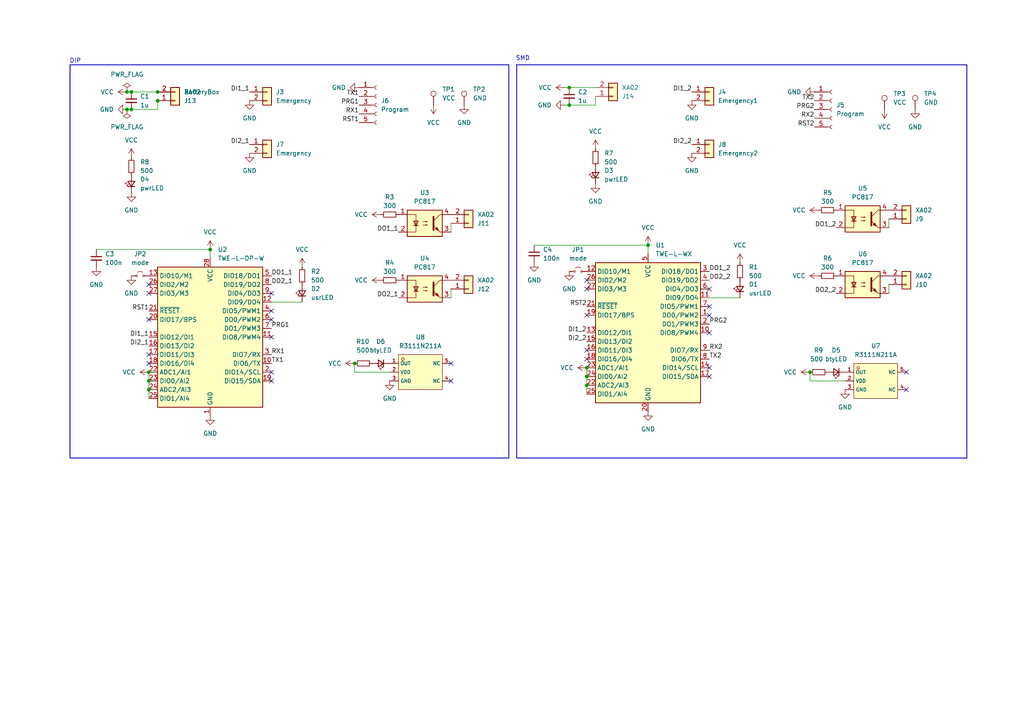
<source format=kicad_sch>
(kicad_sch (version 20231120) (generator "eeschema") (generator_version "8.0")
  (paper "A4")
  (lib_symbols
    (symbol "Connector:Conn_01x05_Socket" (pin_names (offset 1.016) hide)
      (property "Reference" "J" (at 0 7.62 0))
      (property "Value" "Conn_01x05_Socket" (at 0 -7.62 0))
      (symbol "Conn_01x05_Socket_1_1"
        (arc (start 0 -4.572) (mid -0.5058 -5.08) (end 0 -5.588) (stroke (width 0.1524)))
        (arc (start 0 -2.032) (mid -0.5058 -2.54) (end 0 -3.048) (stroke (width 0.1524)))
        (polyline (pts (xy -1.27 -5.08) (xy -0.508 -5.08)) (stroke (width 0.1524)))
        (polyline (pts (xy -1.27 -2.54) (xy -0.508 -2.54)) (stroke (width 0.1524)))
        (polyline (pts (xy -1.27 0) (xy -0.508 0)) (stroke (width 0.1524)))
        (polyline (pts (xy -1.27 2.54) (xy -0.508 2.54)) (stroke (width 0.1524)))
        (polyline (pts (xy -1.27 5.08) (xy -0.508 5.08)) (stroke (width 0.1524)))
        (arc (start 0 0.508) (mid -0.5058 0) (end 0 -0.508) (stroke (width 0.1524)))
        (arc (start 0 3.048) (mid -0.5058 2.54) (end 0 2.032) (stroke (width 0.1524)))
        (arc (start 0 5.588) (mid -0.5058 5.08) (end 0 4.572) (stroke (width 0.1524)))
        (pin passive line (at -5.08 5.08 0) (length 3.81) (name "Pin_1") (number "1"))
        (pin passive line (at -5.08 2.54 0) (length 3.81) (name "Pin_2") (number "2"))
        (pin passive line (at -5.08 0 0) (length 3.81) (name "Pin_3") (number "3"))
        (pin passive line (at -5.08 -2.54 0) (length 3.81) (name "Pin_4") (number "4"))
        (pin passive line (at -5.08 -5.08 0) (length 3.81) (name "Pin_5") (number "5"))
      )
    )
    (symbol "Connector:TestPoint" (pin_numbers hide) (pin_names (offset 0.762) hide)
      (property "Reference" "TP" (at 0 6.858 0))
      (property "Value" "TestPoint" (at 0 5.08 0))
      (symbol "TestPoint_0_1"
        (circle (center 0 3.302) (radius 0.762))
      )
      (symbol "TestPoint_1_1"
        (pin passive line (at 0 0 90) (length 2.54) (name "1") (number "1"))
      )
    )
    (symbol "Connector_Generic:Conn_01x02" (pin_names (offset 1.016) hide)
      (property "Reference" "J" (at 0 2.54 0))
      (property "Value" "Conn_01x02" (at 0 -5.08 0))
      (symbol "Conn_01x02_1_1"
        (rectangle (start -1.27 -2.413) (end 0 -2.667) (stroke (width 0.1524)))
        (rectangle (start -1.27 0.127) (end 0 -0.127) (stroke (width 0.1524)))
        (rectangle (start -1.27 1.27) (end 1.27 -3.81) (stroke (width 0.254)) (fill (type background)))
        (pin passive line (at -5.08 0 0) (length 3.81) (name "Pin_1") (number "1"))
        (pin passive line (at -5.08 -2.54 0) (length 3.81) (name "Pin_2") (number "2"))
      )
    )
    (symbol "Device:C_Small" (pin_numbers hide) (pin_names (offset 0.254) hide)
      (property "Reference" "C" (at 0.254 1.778 0))
      (property "Value" "C_Small" (at 0.254 -2.032 0))
      (symbol "C_Small_0_1"
        (polyline (pts (xy -1.524 -0.508) (xy 1.524 -0.508)) (stroke (width 0.3302)))
        (polyline (pts (xy -1.524 0.508) (xy 1.524 0.508)) (stroke (width 0.3048)))
      )
      (symbol "C_Small_1_1"
        (pin passive line (at 0 2.54 270) (length 2.032) (name "~") (number "1"))
        (pin passive line (at 0 -2.54 90) (length 2.032) (name "~") (number "2"))
      )
    )
    (symbol "Device:LED_Small" (pin_numbers hide) (pin_names (offset 0.254) hide)
      (property "Reference" "D" (at -1.27 3.175 0))
      (property "Value" "LED_Small" (at -4.445 -2.54 0))
      (symbol "LED_Small_0_1"
        (polyline (pts (xy -0.762 -1.016) (xy -0.762 1.016)) (stroke (width 0.254)))
        (polyline (pts (xy 1.016 0) (xy -0.762 0)))
        (polyline (pts (xy 0.762 -1.016) (xy -0.762 0) (xy 0.762 1.016) (xy 0.762 -1.016)) (stroke (width 0.254)))
        (polyline (pts (xy 0 0.762) (xy -0.508 1.27) (xy -0.254 1.27) (xy -0.508 1.27) (xy -0.508 1.016)))
        (polyline (pts (xy 0.508 1.27) (xy 0 1.778) (xy 0.254 1.778) (xy 0 1.778) (xy 0 1.524)))
      )
      (symbol "LED_Small_1_1"
        (pin passive line (at -2.54 0 0) (length 1.778) (name "K") (number "1"))
        (pin passive line (at 2.54 0 180) (length 1.778) (name "A") (number "2"))
      )
    )
    (symbol "Device:R_Small" (pin_numbers hide) (pin_names (offset 0.254) hide)
      (property "Reference" "R" (at 0.762 0.508 0))
      (property "Value" "R_Small" (at 0.762 -1.016 0))
      (symbol "R_Small_0_1"
        (rectangle (start -0.762 1.778) (end 0.762 -1.778) (stroke (width 0.2032)))
      )
      (symbol "R_Small_1_1"
        (pin passive line (at 0 2.54 270) (length 0.762) (name "~") (number "1"))
        (pin passive line (at 0 -2.54 90) (length 0.762) (name "~") (number "2"))
      )
    )
    (symbol "Isolator:PC817" (pin_names (offset 1.016))
      (property "Reference" "U" (at -5.08 5.08 0))
      (property "Value" "PC817" (at 0 5.08 0))
      (symbol "PC817_0_1"
        (rectangle (start -5.08 3.81) (end 5.08 -3.81) (stroke (width 0.254)) (fill (type background)))
        (polyline (pts (xy -3.175 -0.635) (xy -1.905 -0.635)) (stroke (width 0.254)))
        (polyline (pts (xy 2.54 0.635) (xy 4.445 2.54)))
        (polyline (pts (xy 4.445 -2.54) (xy 2.54 -0.635)) (fill (type outline)))
        (polyline (pts (xy 4.445 -2.54) (xy 5.08 -2.54)))
        (polyline (pts (xy 4.445 2.54) (xy 5.08 2.54)))
        (polyline (pts (xy -5.08 2.54) (xy -2.54 2.54) (xy -2.54 -0.635)))
        (polyline (pts (xy -2.54 -0.635) (xy -2.54 -2.54) (xy -5.08 -2.54)))
        (polyline (pts (xy 2.54 1.905) (xy 2.54 -1.905) (xy 2.54 -1.905)) (stroke (width 0.508)))
        (polyline (pts (xy -2.54 -0.635) (xy -3.175 0.635) (xy -1.905 0.635) (xy -2.54 -0.635)) (stroke (width 0.254)))
        (polyline (pts (xy -0.508 -0.508) (xy 0.762 -0.508) (xy 0.381 -0.635) (xy 0.381 -0.381) (xy 0.762 -0.508)))
        (polyline (pts (xy -0.508 0.508) (xy 0.762 0.508) (xy 0.381 0.381) (xy 0.381 0.635) (xy 0.762 0.508)))
        (polyline (pts (xy 3.048 -1.651) (xy 3.556 -1.143) (xy 4.064 -2.159) (xy 3.048 -1.651) (xy 3.048 -1.651)) (fill (type outline)))
      )
      (symbol "PC817_1_1"
        (pin passive line (at -7.62 2.54 0) (length 2.54) (name "~") (number "1"))
        (pin passive line (at -7.62 -2.54 0) (length 2.54) (name "~") (number "2"))
        (pin passive line (at 7.62 -2.54 180) (length 2.54) (name "~") (number "3"))
        (pin passive line (at 7.62 2.54 180) (length 2.54) (name "~") (number "4"))
      )
    )
    (symbol "Jumper:Jumper_2_Small_Open" (pin_numbers hide) (pin_names (offset 0) hide) (exclude_from_sim yes)
      (property "Reference" "JP" (at 0 2.794 0))
      (property "Value" "Jumper_2_Small_Open" (at 0 -2.286 0))
      (symbol "Jumper_2_Small_Open_0_0"
        (circle (center -1.016 0) (radius 0.254))
        (circle (center 1.016 0) (radius 0.254))
      )
      (symbol "Jumper_2_Small_Open_0_1"
        (arc (start 0.762 1.0196) (mid 0 1.2729) (end -0.762 1.0196))
      )
      (symbol "Jumper_2_Small_Open_1_1"
        (pin passive line (at -2.54 0 0) (length 1.27) (name "A") (number "1"))
        (pin passive line (at 2.54 0 180) (length 1.27) (name "B") (number "2"))
      )
    )
    (symbol "R3111N211A-TR-FE:R3111N211A-TR-FE"
      (property "Reference" "U7" (at -1.27 10.16 0))
      (property "Value" "R3111N211A" (at -1.27 7.62 0))
      (symbol "R3111N211A-TR-FE_0_1"
        (rectangle (start -7.62 5.08) (end 5.08 -5.08) (fill (type background)))
        (circle (center -6.35 3.81) (radius 0.381) (fill (type background)))
        (pin unspecified line (at 7.62 -2.54 180) (length 2.54) (name "NC") (number "4"))
        (pin unspecified line (at 7.62 2.54 180) (length 2.54) (name "NC") (number "5"))
      )
      (symbol "R3111N211A-TR-FE_1_1"
        (pin passive line (at -10.16 2.54 0) (length 2.54) (name "OUT") (number "1"))
        (pin power_in line (at -10.16 0 0) (length 2.54) (name "VDD") (number "2"))
        (pin passive line (at -10.16 -2.54 0) (length 2.54) (name "GND") (number "3"))
      )
    )
    (symbol "RF_ZigBee:TWE-L-DP-W"
      (property "Reference" "U" (at -11.43 21.59 0))
      (property "Value" "TWE-L-DP-W" (at 7.62 21.59 0))
      (symbol "TWE-L-DP-W_1_0"
        (rectangle (start -15.24 -20.32) (end 15.24 20.32) (stroke (width 0.254)) (fill (type background)))
      )
      (symbol "TWE-L-DP-W_1_1"
        (pin power_in line (at 0 -22.86 90) (length 2.54) (name "GND") (number "1"))
        (pin bidirectional line (at 17.78 -7.62 180) (length 2.54) (name "DIO6/TX") (number "10"))
        (pin bidirectional line (at 17.78 0 180) (length 2.54) (name "DIO8/PWM4") (number "11"))
        (pin bidirectional line (at 17.78 10.16 180) (length 2.54) (name "DIO9/DO4") (number "12"))
        (pin bidirectional line (at -17.78 17.78 0) (length 2.54) (name "DIO10/M1") (number "13"))
        (pin passive line (at 0 -22.86 90) (length 2.54) hide (name "GND") (number "14"))
        (pin bidirectional line (at -17.78 0 0) (length 2.54) (name "DIO12/DI1") (number "15"))
        (pin bidirectional line (at -17.78 -2.54 0) (length 2.54) (name "DIO13/DI2") (number "16"))
        (pin bidirectional line (at -17.78 -5.08 0) (length 2.54) (name "DIO11/DI3") (number "17"))
        (pin bidirectional line (at -17.78 -7.62 0) (length 2.54) (name "DIO16/DI4") (number "18"))
        (pin bidirectional line (at 17.78 -12.7 180) (length 2.54) (name "DIO15/SDA") (number "19"))
        (pin bidirectional line (at 17.78 -10.16 180) (length 2.54) (name "DIO14/SCL") (number "2"))
        (pin bidirectional line (at -17.78 5.08 0) (length 2.54) (name "DIO17/BPS") (number "20"))
        (pin input line (at -17.78 7.62 0) (length 2.54) (name "~{RESET}") (number "21"))
        (pin input line (at -17.78 -10.16 0) (length 2.54) (name "ADC1/AI1") (number "22"))
        (pin bidirectional line (at -17.78 -12.7 0) (length 2.54) (name "DIO0/AI2") (number "23"))
        (pin input line (at -17.78 -15.24 0) (length 2.54) (name "ADC2/AI3") (number "24"))
        (pin bidirectional line (at -17.78 -17.78 0) (length 2.54) (name "DIO1/AI4") (number "25"))
        (pin bidirectional line (at -17.78 15.24 0) (length 2.54) (name "DIO2/M2") (number "26"))
        (pin bidirectional line (at -17.78 12.7 0) (length 2.54) (name "DIO3/M3") (number "27"))
        (pin power_in line (at 0 22.86 270) (length 2.54) (name "VCC") (number "28"))
        (pin bidirectional line (at 17.78 -5.08 180) (length 2.54) (name "DIO7/RX") (number "3"))
        (pin bidirectional line (at 17.78 7.62 180) (length 2.54) (name "DIO5/PWM1") (number "4"))
        (pin bidirectional line (at 17.78 17.78 180) (length 2.54) (name "DIO18/DO1") (number "5"))
        (pin output line (at 17.78 5.08 180) (length 2.54) (name "DO0/PWM2") (number "6"))
        (pin bidirectional line (at 17.78 2.54 180) (length 2.54) (name "DO1/PWM3") (number "7"))
        (pin bidirectional line (at 17.78 15.24 180) (length 2.54) (name "DIO19/DO2") (number "8"))
        (pin bidirectional line (at 17.78 12.7 180) (length 2.54) (name "DIO4/DO3") (number "9"))
      )
    )
    (symbol "RF_ZigBee:TWE-L-WX"
      (property "Reference" "U" (at -11.43 21.59 0))
      (property "Value" "TWE-L-WX" (at 7.62 21.59 0))
      (symbol "TWE-L-WX_1_0"
        (rectangle (start -15.24 -20.32) (end 15.24 20.32) (stroke (width 0.254)) (fill (type background)))
      )
      (symbol "TWE-L-WX_1_1"
        (pin output line (at 17.78 5.08 180) (length 2.54) (name "DO0/PWM2") (number "1"))
        (pin bidirectional line (at 17.78 0 180) (length 2.54) (name "DIO8/PWM4") (number "10"))
        (pin bidirectional line (at 17.78 10.16 180) (length 2.54) (name "DIO9/DO4") (number "11"))
        (pin bidirectional line (at -17.78 17.78 0) (length 2.54) (name "DIO10/M1") (number "12"))
        (pin bidirectional line (at -17.78 0 0) (length 2.54) (name "DIO12/DI1") (number "13"))
        (pin bidirectional line (at 17.78 -10.16 180) (length 2.54) (name "DIO14/SCL") (number "14"))
        (pin bidirectional line (at -17.78 -2.54 0) (length 2.54) (name "DIO13/DI2") (number "15"))
        (pin bidirectional line (at -17.78 -5.08 0) (length 2.54) (name "DIO11/DI3") (number "16"))
        (pin bidirectional line (at 17.78 -12.7 180) (length 2.54) (name "DIO15/SDA") (number "17"))
        (pin bidirectional line (at -17.78 -7.62 0) (length 2.54) (name "DIO16/DI4") (number "18"))
        (pin bidirectional line (at -17.78 5.08 0) (length 2.54) (name "DIO17/BPS") (number "19"))
        (pin bidirectional line (at 17.78 2.54 180) (length 2.54) (name "DO1/PWM3") (number "2"))
        (pin power_in line (at 0 -22.86 90) (length 2.54) (name "GND") (number "20"))
        (pin input line (at -17.78 7.62 0) (length 2.54) (name "~{RESET}") (number "21"))
        (pin input line (at -17.78 -15.24 0) (length 2.54) (name "ADC2/AI3") (number "22"))
        (pin input line (at -17.78 -10.16 0) (length 2.54) (name "ADC1/AI1") (number "23"))
        (pin bidirectional line (at -17.78 -12.7 0) (length 2.54) (name "DIO0/AI2") (number "24"))
        (pin bidirectional line (at -17.78 -17.78 0) (length 2.54) (name "DIO1/AI4") (number "25"))
        (pin bidirectional line (at -17.78 15.24 0) (length 2.54) (name "DIO2/M2") (number "26"))
        (pin bidirectional line (at -17.78 12.7 0) (length 2.54) (name "DIO3/M3") (number "27"))
        (pin passive line (at 0 -22.86 90) (length 2.54) hide (name "GND") (number "28"))
        (pin no_connect line (at 15.24 -17.78 180) (length 2.54) hide (name "NC") (number "29"))
        (pin bidirectional line (at 17.78 17.78 180) (length 2.54) (name "DIO18/DO1") (number "3"))
        (pin passive line (at 0 -22.86 90) (length 2.54) hide (name "GND") (number "30"))
        (pin passive line (at 0 -22.86 90) (length 2.54) hide (name "GND") (number "31"))
        (pin passive line (at 0 -22.86 90) (length 2.54) hide (name "GND") (number "32"))
        (pin bidirectional line (at 17.78 15.24 180) (length 2.54) (name "DIO19/DO2") (number "4"))
        (pin power_in line (at 0 22.86 270) (length 2.54) (name "VCC") (number "5"))
        (pin bidirectional line (at 17.78 12.7 180) (length 2.54) (name "DIO4/DO3") (number "6"))
        (pin bidirectional line (at 17.78 7.62 180) (length 2.54) (name "DIO5/PWM1") (number "7"))
        (pin bidirectional line (at 17.78 -7.62 180) (length 2.54) (name "DIO6/TX") (number "8"))
        (pin bidirectional line (at 17.78 -5.08 180) (length 2.54) (name "DIO7/RX") (number "9"))
      )
    )
    (symbol "power:GND" (power) (pin_numbers hide) (pin_names (offset 0) hide)
      (property "Value" "GND" (at 0 -3.81 0))
      (symbol "GND_0_1"
        (polyline (pts (xy 0 0) (xy 0 -1.27) (xy 1.27 -1.27) (xy 0 -2.54) (xy -1.27 -1.27) (xy 0 -1.27)))
      )
      (symbol "GND_1_1"
        (pin power_in line (at 0 0 270) (length 0) (name "~") (number "1"))
      )
    )
    (symbol "power:PWR_FLAG" (power) (pin_numbers hide) (pin_names (offset 0) hide)
      (property "Value" "PWR_FLAG" (at 0 3.81 0))
      (symbol "PWR_FLAG_0_0"
        (pin power_out line (at 0 0 90) (length 0) (name "~") (number "1"))
      )
      (symbol "PWR_FLAG_0_1"
        (polyline (pts (xy 0 0) (xy 0 1.27) (xy -1.016 1.905) (xy 0 2.54) (xy 1.016 1.905) (xy 0 1.27)))
      )
    )
    (symbol "power:VCC" (power) (pin_numbers hide) (pin_names (offset 0) hide)
      (property "Value" "VCC" (at 0 3.556 0))
      (symbol "VCC_0_1"
        (polyline (pts (xy -0.762 1.27) (xy 0 2.54)))
        (polyline (pts (xy 0 0) (xy 0 2.54)))
        (polyline (pts (xy 0 2.54) (xy 0.762 1.27)))
      )
      (symbol "VCC_1_1"
        (pin power_in line (at 0 0 90) (length 0) (name "~") (number "1"))
      )
    )
  )
  (junction (at 170.18 111.76))
  (junction (at 45.72 29.21))
  (junction (at 60.96 72.39))
  (junction (at 102.87 105.41))
  (junction (at 165.1 30.48))
  (junction (at 45.72 26.67))
  (junction (at 38.1 31.75))
  (junction (at 165.1 25.4))
  (junction (at 43.18 110.49))
  (junction (at 187.96 71.12))
  (junction (at 43.18 113.03))
  (junction (at 170.18 106.68))
  (junction (at 36.83 31.75))
  (junction (at 234.95 107.95))
  (junction (at 43.18 107.95))
  (junction (at 170.18 109.22))
  (junction (at 36.83 26.67))
  (junction (at 38.1 26.67))
  (no_connect (at 170.18 83.82))
  (no_connect (at 205.74 106.68))
  (no_connect (at 262.89 107.95))
  (no_connect (at 43.18 105.41))
  (no_connect (at 43.18 102.87))
  (no_connect (at 130.81 105.41))
  (no_connect (at 78.74 85.09))
  (no_connect (at 78.74 92.71))
  (no_connect (at 78.74 90.17))
  (no_connect (at 170.18 104.14))
  (no_connect (at 78.74 97.79))
  (no_connect (at 43.18 85.09))
  (no_connect (at 170.18 81.28))
  (no_connect (at 205.74 88.9))
  (no_connect (at 205.74 83.82))
  (no_connect (at 43.18 92.71))
  (no_connect (at 170.18 91.44))
  (no_connect (at 130.81 110.49))
  (no_connect (at 78.74 110.49))
  (no_connect (at 205.74 109.22))
  (no_connect (at 205.74 96.52))
  (no_connect (at 205.74 91.44))
  (no_connect (at 262.89 113.03))
  (no_connect (at 78.74 107.95))
  (no_connect (at 170.18 101.6))
  (no_connect (at 43.18 82.55))
  (wire (pts (xy 78.74 87.63) (xy 87.63 87.63)))
  (wire (pts (xy 172.72 30.48) (xy 172.72 27.94)))
  (wire (pts (xy 38.1 31.75) (xy 36.83 31.75)))
  (wire (pts (xy 43.18 107.95) (xy 43.18 110.49)))
  (wire (pts (xy 165.1 30.48) (xy 172.72 30.48)))
  (wire (pts (xy 257.81 63.5) (xy 257.81 66.04)))
  (wire (pts (xy 130.81 83.82) (xy 130.81 86.36)))
  (wire (pts (xy 163.83 25.4) (xy 165.1 25.4)))
  (wire (pts (xy 257.81 82.55) (xy 257.81 85.09)))
  (wire (pts (xy 234.95 110.49) (xy 234.95 107.95)))
  (wire (pts (xy 130.81 64.77) (xy 130.81 67.31)))
  (wire (pts (xy 43.18 110.49) (xy 43.18 113.03)))
  (wire (pts (xy 45.72 26.67) (xy 38.1 26.67)))
  (wire (pts (xy 113.03 107.95) (xy 102.87 107.95)))
  (wire (pts (xy 187.96 71.12) (xy 187.96 73.66)))
  (wire (pts (xy 102.87 107.95) (xy 102.87 105.41)))
  (wire (pts (xy 170.18 109.22) (xy 170.18 111.76)))
  (wire (pts (xy 214.63 86.36) (xy 205.74 86.36)))
  (wire (pts (xy 43.18 113.03) (xy 43.18 115.57)))
  (wire (pts (xy 245.11 110.49) (xy 234.95 110.49)))
  (wire (pts (xy 154.94 71.12) (xy 187.96 71.12)))
  (wire (pts (xy 165.1 25.4) (xy 172.72 25.4)))
  (wire (pts (xy 27.94 72.39) (xy 60.96 72.39)))
  (wire (pts (xy 38.1 26.67) (xy 36.83 26.67)))
  (wire (pts (xy 60.96 72.39) (xy 60.96 74.93)))
  (wire (pts (xy 38.1 31.75) (xy 45.72 31.75)))
  (wire (pts (xy 45.72 31.75) (xy 45.72 29.21)))
  (wire (pts (xy 165.1 30.48) (xy 163.83 30.48)))
  (wire (pts (xy 170.18 106.68) (xy 170.18 109.22)))
  (wire (pts (xy 170.18 111.76) (xy 170.18 114.3)))
  (rectangle (start 20.32 18.796) (end 147.574 132.842) (stroke (width 0.254)))
  (rectangle (start 149.86 18.796) (end 280.416 132.842) (stroke (width 0.254)))
  (text "SMD" (at 151.638 17.018 0) (effects (font (size 1.27 1.27))))
  (text "DIP\n" (at 21.844 17.78 0) (effects (font (size 1.27 1.27))))
  (label "PRG2" (at 236.22 31.75 180))
  (label "TX2" (at 205.74 104.14 0))
  (label "DO2_2" (at 242.57 85.09 180))
  (label "RX1" (at 104.14 33.02 180))
  (label "PRG1" (at 104.14 30.48 180))
  (label "RST2" (at 170.18 88.9 180))
  (label "PRG2" (at 205.74 93.98 0))
  (label "RST1" (at 43.18 90.17 180))
  (label "DI2_1" (at 72.39 41.91 180))
  (label "DI2_2" (at 200.66 41.91 180))
  (label "DI2_2" (at 170.18 99.06 180))
  (label "DO1_2" (at 242.57 66.04 180))
  (label "PRG1" (at 78.74 95.25 0))
  (label "RX2" (at 236.22 34.29 180))
  (label "DI1_1" (at 43.18 97.79 180))
  (label "DO1_1" (at 115.57 67.31 180))
  (label "RST1" (at 104.14 35.56 180))
  (label "DO1_1" (at 78.74 80.01 0))
  (label "TX1" (at 78.74 105.41 0))
  (label "RST2" (at 236.22 36.83 180))
  (label "TX2" (at 236.22 29.21 180))
  (label "DO2_1" (at 78.74 82.55 0))
  (label "TX1" (at 104.14 27.94 180))
  (label "RX1" (at 78.74 102.87 0))
  (label "DO2_2" (at 205.74 81.28 0))
  (label "DO2_1" (at 115.57 86.36 180))
  (label "DI1_1" (at 72.39 26.67 180))
  (label "DI2_1" (at 43.18 100.33 180))
  (label "DI1_2" (at 170.18 96.52 180))
  (label "DI1_2" (at 200.66 26.67 180))
  (label "DO1_2" (at 205.74 78.74 0))
  (label "RX2" (at 205.74 101.6 0))
  (symbol (lib_id "power:GND") (at 72.39 29.21 0) (unit 1)
    (property "Reference" "#PWR13" (effects (hide yes)))
    (property "Value" "GND" (at 72.39 34.29 0))
    (property "Description" "Power symbol creates a global label with name \"GND\" , ground" (effects (hide yes)))
  )
  (symbol (lib_id "power:VCC") (at 187.96 71.12 0) (unit 1)
    (property "Reference" "#PWR11" (effects (hide yes)))
    (property "Value" "VCC" (at 187.96 66.04 0))
    (property "Description" "Power symbol creates a global label with name \"VCC\"" (effects (hide yes)))
  )
  (symbol (lib_id "Device:C_Small") (at 154.94 73.66 0) (unit 1)
    (property "Reference" "C4" (at 157.48 72.3962 0) (effects (justify left)))
    (property "Value" "100n" (at 157.48 74.9362 0) (effects (justify left)))
    (property "Footprint" "Capacitor_SMD:C_0603_1608Metric_Pad1.08x0.95mm_HandSolder" (effects (hide yes)))
    (property "Description" "Unpolarized capacitor, small symbol" (effects (hide yes)))
  )
  (symbol (lib_id "Device:LED_Small") (at 172.72 50.8 90) (unit 1)
    (property "Reference" "D3" (at 175.26 49.4664 90) (effects (justify right)))
    (property "Value" "pwrLED" (at 175.26 52.0064 90) (effects (justify right)))
    (property "Footprint" "LED_SMD:LED_0603_1608Metric_Pad1.05x0.95mm_HandSolder" (effects (hide yes)))
    (property "Description" "Light emitting diode, small symbol" (effects (hide yes)))
  )
  (symbol (lib_id "power:PWR_FLAG") (at 36.83 26.67 0) (unit 1)
    (property "Reference" "#FLG1" (effects (hide yes)))
    (property "Value" "PWR_FLAG" (at 36.83 21.59 0))
    (property "Description" "Special symbol for telling ERC where power comes from" (effects (hide yes)))
  )
  (symbol (lib_id "power:VCC") (at 170.18 106.68 90) (unit 1)
    (property "Reference" "#PWR22" (effects (hide yes)))
    (property "Value" "VCC" (at 166.37 106.6799 90) (effects (justify left)))
    (property "Description" "Power symbol creates a global label with name \"VCC\"" (effects (hide yes)))
  )
  (symbol (lib_id "Device:R_Small") (at 214.63 78.74 180) (unit 1)
    (property "Reference" "R1" (at 217.17 77.4699 0) (effects (justify right)))
    (property "Value" "500" (at 217.17 80.0099 0) (effects (justify right)))
    (property "Footprint" "Resistor_SMD:R_0603_1608Metric_Pad0.98x0.95mm_HandSolder" (effects (hide yes)))
    (property "Description" "Resistor, small symbol" (effects (hide yes)))
  )
  (symbol (lib_id "Connector:TestPoint") (at 256.54 31.75 0) (unit 1)
    (property "Reference" "TP3" (at 259.08 27.1779 0) (effects (justify left)))
    (property "Value" "VCC" (at 259.08 29.7179 0) (effects (justify left)))
    (property "Footprint" "TestPoint:TestPoint_Loop_D1.80mm_Drill1.0mm_Beaded" (effects (hide yes)))
    (property "Description" "test point" (effects (hide yes)))
  )
  (symbol (lib_id "Device:LED_Small") (at 87.63 85.09 90) (unit 1)
    (property "Reference" "D2" (at 90.17 83.7564 90) (effects (justify right)))
    (property "Value" "usrLED" (at 90.17 86.2964 90) (effects (justify right)))
    (property "Footprint" "LED_SMD:LED_0603_1608Metric_Pad1.05x0.95mm_HandSolder" (effects (hide yes)))
    (property "Description" "Light emitting diode, small symbol" (effects (hide yes)))
  )
  (symbol (lib_id "power:VCC") (at 214.63 76.2 0) (unit 1)
    (property "Reference" "#PWR25" (effects (hide yes)))
    (property "Value" "VCC" (at 214.63 71.12 0))
    (property "Description" "Power symbol creates a global label with name \"VCC\"" (effects (hide yes)))
  )
  (symbol (lib_id "power:GND") (at 134.62 30.48 0) (unit 1)
    (property "Reference" "#PWR14" (effects (hide yes)))
    (property "Value" "GND" (at 134.62 35.56 0))
    (property "Description" "Power symbol creates a global label with name \"GND\" , ground" (effects (hide yes)))
  )
  (symbol (lib_id "Device:LED_Small") (at 214.63 83.82 90) (unit 1)
    (property "Reference" "D1" (at 217.17 82.4864 90) (effects (justify right)))
    (property "Value" "usrLED" (at 217.17 85.0264 90) (effects (justify right)))
    (property "Footprint" "LED_SMD:LED_0603_1608Metric_Pad1.05x0.95mm_HandSolder" (effects (hide yes)))
    (property "Description" "Light emitting diode, small symbol" (effects (hide yes)))
  )
  (symbol (lib_id "power:GND") (at 265.43 31.75 0) (unit 1)
    (property "Reference" "#PWR12" (effects (hide yes)))
    (property "Value" "GND" (at 265.43 36.83 0))
    (property "Description" "Power symbol creates a global label with name \"GND\" , ground" (effects (hide yes)))
  )
  (symbol (lib_id "power:GND") (at 245.11 113.03 0) (unit 1)
    (property "Reference" "#PWR6" (effects (hide yes)))
    (property "Value" "GND" (at 245.11 118.11 0))
    (property "Description" "Power symbol creates a global label with name \"GND\" , ground" (effects (hide yes)))
  )
  (symbol (lib_id "power:VCC") (at 237.49 80.01 90) (unit 1)
    (property "Reference" "#PWR30" (effects (hide yes)))
    (property "Value" "VCC" (at 233.68 80.0099 90) (effects (justify left)))
    (property "Description" "Power symbol creates a global label with name \"VCC\"" (effects (hide yes)))
  )
  (symbol (lib_id "Connector_Generic:Conn_01x02") (at 77.47 41.91 0) (unit 1)
    (property "Reference" "J7" (at 80.01 41.9099 0) (effects (justify left)))
    (property "Value" "Emergency" (at 80.01 44.4499 0) (effects (justify left)))
    (property "Footprint" "Connector_JST:JST_XA_B02B-XASK-1_1x02_P2.50mm_Vertical" (effects (hide yes)))
    (property "Description" "Generic connector, single row, 01x02, script generated (kicad-library-utils/schlib/autogen/connector/)" (effects (hide yes)))
  )
  (symbol (lib_id "power:VCC") (at 43.18 107.95 90) (unit 1)
    (property "Reference" "#PWR21" (effects (hide yes)))
    (property "Value" "VCC" (at 39.37 107.9499 90) (effects (justify left)))
    (property "Description" "Power symbol creates a global label with name \"VCC\"" (effects (hide yes)))
  )
  (symbol (lib_id "Connector:TestPoint") (at 265.43 31.75 0) (unit 1)
    (property "Reference" "TP4" (at 267.97 27.1779 0) (effects (justify left)))
    (property "Value" "GND" (at 267.97 29.7179 0) (effects (justify left)))
    (property "Footprint" "TestPoint:TestPoint_Loop_D1.80mm_Drill1.0mm_Beaded" (effects (hide yes)))
    (property "Description" "test point" (effects (hide yes)))
  )
  (symbol (lib_id "Device:R_Small") (at 240.03 80.01 270) (unit 1)
    (property "Reference" "R6" (at 240.03 74.93 90))
    (property "Value" "300" (at 240.03 77.47 90))
    (property "Footprint" "Resistor_SMD:R_0603_1608Metric_Pad0.98x0.95mm_HandSolder" (effects (hide yes)))
    (property "Description" "Resistor, small symbol" (effects (hide yes)))
  )
  (symbol (lib_id "Connector_Generic:Conn_01x02") (at 262.89 63.5 0) (mirror x) (unit 1)
    (property "Reference" "J9" (at 265.43 63.5001 0) (effects (justify left)))
    (property "Value" "XA02" (at 265.43 60.9601 0) (effects (justify left)))
    (property "Footprint" "Connector_JST:JST_XA_B02B-XASK-1_1x02_P2.50mm_Vertical" (effects (hide yes)))
    (property "Description" "Generic connector, single row, 01x02, script generated (kicad-library-utils/schlib/autogen/connector/)" (effects (hide yes)))
  )
  (symbol (lib_id "power:VCC") (at 172.72 43.18 0) (unit 1)
    (property "Reference" "#PWR36" (effects (hide yes)))
    (property "Value" "VCC" (at 172.72 38.1 0))
    (property "Description" "Power symbol creates a global label with name \"VCC\"" (effects (hide yes)))
  )
  (symbol (lib_id "Device:R_Small") (at 105.41 105.41 270) (unit 1)
    (property "Reference" "R10" (at 107.188 99.06 90) (effects (justify right)))
    (property "Value" "500" (at 107.188 101.6 90) (effects (justify right)))
    (property "Footprint" "Resistor_SMD:R_0603_1608Metric_Pad0.98x0.95mm_HandSolder" (effects (hide yes)))
    (property "Description" "Resistor, small symbol" (effects (hide yes)))
  )
  (symbol (lib_id "Jumper:Jumper_2_Small_Open") (at 167.64 78.74 0) (unit 1) (exclude_from_sim yes)
    (property "Reference" "JP1" (at 167.64 72.39 0))
    (property "Value" "mode" (at 167.64 74.93 0))
    (property "Footprint" "Jumper:SolderJumper-2_P1.3mm_Open_RoundedPad1.0x1.5mm" (effects (hide yes)))
    (property "Description" "Jumper, 2-pole, small symbol, open" (effects (hide yes)))
  )
  (symbol (lib_id "Connector_Generic:Conn_01x02") (at 50.8 29.21 0) (mirror x) (unit 1)
    (property "Reference" "J13" (at 53.34 29.2101 0) (effects (justify left)))
    (property "Value" "XA02" (at 53.34 26.6701 0) (effects (justify left)))
    (property "Footprint" "Connector_JST:JST_XA_B02B-XASK-1_1x02_P2.50mm_Vertical" (effects (hide yes)))
    (property "Description" "Generic connector, single row, 01x02, script generated (kicad-library-utils/schlib/autogen/connector/)" (effects (hide yes)))
  )
  (symbol (lib_id "Connector:TestPoint") (at 125.73 30.48 0) (unit 1)
    (property "Reference" "TP1" (at 128.27 25.9079 0) (effects (justify left)))
    (property "Value" "VCC" (at 128.27 28.4479 0) (effects (justify left)))
    (property "Footprint" "TestPoint:TestPoint_Loop_D1.80mm_Drill1.0mm_Beaded" (effects (hide yes)))
    (property "Description" "test point" (effects (hide yes)))
  )
  (symbol (lib_id "Connector:Conn_01x05_Socket") (at 109.22 30.48 0) (unit 1)
    (property "Reference" "J6" (at 110.49 29.2099 0) (effects (justify left)))
    (property "Value" "Program" (at 110.49 31.7499 0) (effects (justify left)))
    (property "Footprint" "Connector_PinHeader_2.54mm:PinHeader_1x05_P2.54mm_Vertical" (effects (hide yes)))
    (property "Description" "Generic connector, single row, 01x05, script generated" (effects (hide yes)))
  )
  (symbol (lib_id "power:GND") (at 60.96 120.65 0) (unit 1)
    (property "Reference" "#PWR10" (effects (hide yes)))
    (property "Value" "GND" (at 60.96 125.73 0))
    (property "Description" "Power symbol creates a global label with name \"GND\" , ground" (effects (hide yes)))
  )
  (symbol (lib_id "Device:LED_Small") (at 242.57 107.95 180) (unit 1)
    (property "Reference" "D5" (at 242.5065 101.6 0))
    (property "Value" "btyLED" (at 242.5065 104.14 0))
    (property "Footprint" "LED_SMD:LED_0603_1608Metric_Pad1.05x0.95mm_HandSolder" (effects (hide yes)))
    (property "Description" "Light emitting diode, small symbol" (effects (hide yes)))
  )
  (symbol (lib_id "power:VCC") (at 110.49 81.28 90) (unit 1)
    (property "Reference" "#PWR32" (effects (hide yes)))
    (property "Value" "VCC" (at 106.68 81.2799 90) (effects (justify left)))
    (property "Description" "Power symbol creates a global label with name \"VCC\"" (effects (hide yes)))
  )
  (symbol (lib_id "power:VCC") (at 163.83 25.4 90) (unit 1)
    (property "Reference" "#PWR3" (effects (hide yes)))
    (property "Value" "VCC" (at 160.02 25.3999 90) (effects (justify left)))
    (property "Description" "Power symbol creates a global label with name \"VCC\"" (effects (hide yes)))
  )
  (symbol (lib_id "power:GND") (at 163.83 30.48 270) (mirror x) (unit 1)
    (property "Reference" "#PWR4" (effects (hide yes)))
    (property "Value" "GND" (at 160.02 30.4801 90) (effects (justify right)))
    (property "Description" "Power symbol creates a global label with name \"GND\" , ground" (effects (hide yes)))
  )
  (symbol (lib_id "power:GND") (at 154.94 76.2 0) (mirror y) (unit 1)
    (property "Reference" "#PWR38" (effects (hide yes)))
    (property "Value" "GND" (at 154.94 81.28 0))
    (property "Description" "Power symbol creates a global label with name \"GND\" , ground" (effects (hide yes)))
  )
  (symbol (lib_id "power:VCC") (at 87.63 77.47 0) (unit 1)
    (property "Reference" "#PWR26" (effects (hide yes)))
    (property "Value" "VCC" (at 87.63 72.39 0))
    (property "Description" "Power symbol creates a global label with name \"VCC\"" (effects (hide yes)))
  )
  (symbol (lib_id "power:GND") (at 113.03 110.49 0) (unit 1)
    (property "Reference" "#PWR8" (effects (hide yes)))
    (property "Value" "GND" (at 113.03 115.57 0))
    (property "Description" "Power symbol creates a global label with name \"GND\" , ground" (effects (hide yes)))
  )
  (symbol (lib_id "power:GND") (at 172.72 53.34 0) (mirror y) (unit 1)
    (property "Reference" "#PWR33" (effects (hide yes)))
    (property "Value" "GND" (at 172.72 58.42 0))
    (property "Description" "Power symbol creates a global label with name \"GND\" , ground" (effects (hide yes)))
  )
  (symbol (lib_id "power:GND") (at 165.1 78.74 0) (unit 1)
    (property "Reference" "#PWR17" (effects (hide yes)))
    (property "Value" "GND" (at 165.1 83.82 0))
    (property "Description" "Power symbol creates a global label with name \"GND\" , ground" (effects (hide yes)))
  )
  (symbol (lib_id "power:GND") (at 38.1 80.01 0) (unit 1)
    (property "Reference" "#PWR23" (effects (hide yes)))
    (property "Value" "GND" (at 38.1 85.09 0))
    (property "Description" "Power symbol creates a global label with name \"GND\" , ground" (effects (hide yes)))
  )
  (symbol (lib_id "Connector:TestPoint") (at 134.62 30.48 0) (unit 1)
    (property "Reference" "TP2" (at 137.16 25.9079 0) (effects (justify left)))
    (property "Value" "GND" (at 137.16 28.4479 0) (effects (justify left)))
    (property "Footprint" "TestPoint:TestPoint_Loop_D1.80mm_Drill1.0mm_Beaded" (effects (hide yes)))
    (property "Description" "test point" (effects (hide yes)))
  )
  (symbol (lib_id "Connector_Generic:Conn_01x02") (at 177.8 27.94 0) (mirror x) (unit 1)
    (property "Reference" "J14" (at 180.34 27.9401 0) (effects (justify left)))
    (property "Value" "XA02" (at 180.34 25.4001 0) (effects (justify left)))
    (property "Footprint" "Connector_JST:JST_XA_B02B-XASK-1_1x02_P2.50mm_Vertical" (effects (hide yes)))
    (property "Description" "Generic connector, single row, 01x02, script generated (kicad-library-utils/schlib/autogen/connector/)" (effects (hide yes)))
  )
  (symbol (lib_id "Device:R_Small") (at 113.03 81.28 270) (unit 1)
    (property "Reference" "R4" (at 113.03 76.2 90))
    (property "Value" "300" (at 113.03 78.74 90))
    (property "Footprint" "Resistor_SMD:R_0603_1608Metric_Pad0.98x0.95mm_HandSolder" (effects (hide yes)))
    (property "Description" "Resistor, small symbol" (effects (hide yes)))
  )
  (symbol (lib_id "power:VCC") (at 102.87 105.41 90) (unit 1)
    (property "Reference" "#PWR7" (effects (hide yes)))
    (property "Value" "VCC" (at 99.06 105.4099 90) (effects (justify left)))
    (property "Description" "Power symbol creates a global label with name \"VCC\"" (effects (hide yes)))
  )
  (symbol (lib_id "power:PWR_FLAG") (at 36.83 31.75 180) (unit 1)
    (property "Reference" "#FLG2" (effects (hide yes)))
    (property "Value" "PWR_FLAG" (at 36.83 36.83 0))
    (property "Description" "Special symbol for telling ERC where power comes from" (effects (hide yes)))
  )
  (symbol (lib_id "Device:R_Small") (at 38.1 48.26 180) (unit 1)
    (property "Reference" "R8" (at 40.64 46.9899 0) (effects (justify right)))
    (property "Value" "500" (at 40.64 49.5299 0) (effects (justify right)))
    (property "Footprint" "Resistor_SMD:R_0603_1608Metric_Pad0.98x0.95mm_HandSolder" (effects (hide yes)))
    (property "Description" "Resistor, small symbol" (effects (hide yes)))
  )
  (symbol (lib_id "Device:R_Small") (at 172.72 45.72 180) (unit 1)
    (property "Reference" "R7" (at 175.26 44.4499 0) (effects (justify right)))
    (property "Value" "500" (at 175.26 46.9899 0) (effects (justify right)))
    (property "Footprint" "Resistor_SMD:R_0603_1608Metric_Pad0.98x0.95mm_HandSolder" (effects (hide yes)))
    (property "Description" "Resistor, small symbol" (effects (hide yes)))
  )
  (symbol (lib_id "Isolator:PC817") (at 250.19 82.55 0) (unit 1)
    (property "Reference" "U6" (at 250.19 73.66 0))
    (property "Value" "PC817" (at 250.19 76.2 0))
    (property "Footprint" "Package_DIP:DIP-4_W7.62mm" (effects (hide yes)))
    (property "Datasheet" "http://www.soselectronic.cz/a_info/resource/d/pc817.pdf" (effects (hide yes)))
    (property "Description" "DC Optocoupler, Vce 35V, CTR 50-300%, DIP-4" (effects (hide yes)))
  )
  (symbol (lib_id "power:VCC") (at 38.1 45.72 0) (mirror y) (unit 1)
    (property "Reference" "#PWR35" (effects (hide yes)))
    (property "Value" "VCC" (at 38.1 40.64 0))
    (property "Description" "Power symbol creates a global label with name \"VCC\"" (effects (hide yes)))
  )
  (symbol (lib_id "power:VCC") (at 234.95 107.95 90) (unit 1)
    (property "Reference" "#PWR5" (effects (hide yes)))
    (property "Value" "VCC" (at 231.14 107.9499 90) (effects (justify left)))
    (property "Description" "Power symbol creates a global label with name \"VCC\"" (effects (hide yes)))
  )
  (symbol (lib_id "power:VCC") (at 110.49 62.23 90) (unit 1)
    (property "Reference" "#PWR31" (effects (hide yes)))
    (property "Value" "VCC" (at 106.68 62.2299 90) (effects (justify left)))
    (property "Description" "Power symbol creates a global label with name \"VCC\"" (effects (hide yes)))
  )
  (symbol (lib_id "power:GND") (at 104.14 25.4 270) (mirror x) (unit 1)
    (property "Reference" "#PWR20" (effects (hide yes)))
    (property "Value" "GND" (at 100.33 25.4001 90) (effects (justify right)))
    (property "Description" "Power symbol creates a global label with name \"GND\" , ground" (effects (hide yes)))
  )
  (symbol (lib_id "Device:R_Small") (at 240.03 60.96 270) (unit 1)
    (property "Reference" "R5" (at 240.03 55.88 90))
    (property "Value" "300" (at 240.03 58.42 90))
    (property "Footprint" "Resistor_SMD:R_0603_1608Metric_Pad0.98x0.95mm_HandSolder" (effects (hide yes)))
    (property "Description" "Resistor, small symbol" (effects (hide yes)))
  )
  (symbol (lib_id "Connector_Generic:Conn_01x02") (at 50.8 29.21 0) (mirror x) (unit 1)
    (property "Reference" "J1" (at 53.34 29.2101 0) (effects (justify left)))
    (property "Value" "BatteryBox" (at 53.34 26.6701 0) (effects (justify left)))
    (property "Footprint" "battery_box:batterybox" (effects (hide yes)))
    (property "Description" "Generic connector, single row, 01x02, script generated (kicad-library-utils/schlib/autogen/connector/)" (effects (hide yes)))
  )
  (symbol (lib_id "power:VCC") (at 237.49 60.96 90) (unit 1)
    (property "Reference" "#PWR29" (effects (hide yes)))
    (property "Value" "VCC" (at 233.68 60.9599 90) (effects (justify left)))
    (property "Description" "Power symbol creates a global label with name \"VCC\"" (effects (hide yes)))
  )
  (symbol (lib_id "power:GND") (at 38.1 55.88 0) (mirror y) (unit 1)
    (property "Reference" "#PWR34" (effects (hide yes)))
    (property "Value" "GND" (at 38.1 60.96 0))
    (property "Description" "Power symbol creates a global label with name \"GND\" , ground" (effects (hide yes)))
  )
  (symbol (lib_id "power:VCC") (at 36.83 26.67 90) (mirror x) (unit 1)
    (property "Reference" "#PWR2" (effects (hide yes)))
    (property "Value" "VCC" (at 33.02 26.6701 90) (effects (justify left)))
    (property "Description" "Power symbol creates a global label with name \"VCC\"" (effects (hide yes)))
  )
  (symbol (lib_id "Jumper:Jumper_2_Small_Open") (at 40.64 80.01 0) (unit 1) (exclude_from_sim yes)
    (property "Reference" "JP2" (at 40.64 73.66 0))
    (property "Value" "mode" (at 40.64 76.2 0))
    (property "Footprint" "Jumper:SolderJumper-2_P1.3mm_Open_RoundedPad1.0x1.5mm" (effects (hide yes)))
    (property "Description" "Jumper, 2-pole, small symbol, open" (effects (hide yes)))
  )
  (symbol (lib_id "Connector_Generic:Conn_01x02") (at 135.89 64.77 0) (mirror x) (unit 1)
    (property "Reference" "J11" (at 138.43 64.7701 0) (effects (justify left)))
    (property "Value" "XA02" (at 138.43 62.2301 0) (effects (justify left)))
    (property "Footprint" "Connector_JST:JST_XA_B02B-XASK-1_1x02_P2.50mm_Vertical" (effects (hide yes)))
    (property "Description" "Generic connector, single row, 01x02, script generated (kicad-library-utils/schlib/autogen/connector/)" (effects (hide yes)))
  )
  (symbol (lib_id "Connector_Generic:Conn_01x02") (at 262.89 82.55 0) (mirror x) (unit 1)
    (property "Reference" "J10" (at 265.43 82.5501 0) (effects (justify left)))
    (property "Value" "XA02" (at 265.43 80.0101 0) (effects (justify left)))
    (property "Footprint" "Connector_JST:JST_XA_B02B-XASK-1_1x02_P2.50mm_Vertical" (effects (hide yes)))
    (property "Description" "Generic connector, single row, 01x02, script generated (kicad-library-utils/schlib/autogen/connector/)" (effects (hide yes)))
  )
  (symbol (lib_id "Device:R_Small") (at 113.03 62.23 270) (unit 1)
    (property "Reference" "R3" (at 113.03 57.15 90))
    (property "Value" "300" (at 113.03 59.69 90))
    (property "Footprint" "Resistor_SMD:R_0603_1608Metric_Pad0.98x0.95mm_HandSolder" (effects (hide yes)))
    (property "Description" "Resistor, small symbol" (effects (hide yes)))
  )
  (symbol (lib_id "power:GND") (at 27.94 77.47 0) (mirror y) (unit 1)
    (property "Reference" "#PWR37" (effects (hide yes)))
    (property "Value" "GND" (at 27.94 82.55 0))
    (property "Description" "Power symbol creates a global label with name \"GND\" , ground" (effects (hide yes)))
  )
  (symbol (lib_id "power:GND") (at 236.22 26.67 270) (unit 1)
    (property "Reference" "#PWR19" (effects (hide yes)))
    (property "Value" "GND" (at 232.41 26.6699 90) (effects (justify right)))
    (property "Description" "Power symbol creates a global label with name \"GND\" , ground" (effects (hide yes)))
  )
  (symbol (lib_id "power:VCC") (at 60.96 72.39 0) (unit 1)
    (property "Reference" "#PWR9" (effects (hide yes)))
    (property "Value" "VCC" (at 60.96 67.31 0))
    (property "Description" "Power symbol creates a global label with name \"VCC\"" (effects (hide yes)))
  )
  (symbol (lib_id "Device:C_Small") (at 165.1 27.94 0) (unit 1)
    (property "Reference" "C2" (at 167.64 26.6762 0) (effects (justify left)))
    (property "Value" "1u" (at 167.64 29.2162 0) (effects (justify left)))
    (property "Footprint" "Capacitor_SMD:C_0603_1608Metric_Pad1.08x0.95mm_HandSolder" (effects (hide yes)))
    (property "Description" "Unpolarized capacitor, small symbol" (effects (hide yes)))
  )
  (symbol (lib_id "Connector_Generic:Conn_01x02") (at 77.47 26.67 0) (unit 1)
    (property "Reference" "J3" (at 80.01 26.6699 0) (effects (justify left)))
    (property "Value" "Emergency" (at 80.01 29.2099 0) (effects (justify left)))
    (property "Footprint" "Connector_JST:JST_XA_B02B-XASK-1_1x02_P2.50mm_Vertical" (effects (hide yes)))
    (property "Description" "Generic connector, single row, 01x02, script generated (kicad-library-utils/schlib/autogen/connector/)" (effects (hide yes)))
  )
  (symbol (lib_id "Connector:Conn_01x05_Socket") (at 241.3 31.75 0) (unit 1)
    (property "Reference" "J5" (at 242.57 30.4799 0) (effects (justify left)))
    (property "Value" "Program" (at 242.57 33.0199 0) (effects (justify left)))
    (property "Footprint" "Connector_PinHeader_2.54mm:PinHeader_1x05_P2.54mm_Vertical" (effects (hide yes)))
    (property "Description" "Generic connector, single row, 01x05, script generated" (effects (hide yes)))
  )
  (symbol (lib_id "Device:LED_Small") (at 38.1 53.34 90) (unit 1)
    (property "Reference" "D4" (at 40.64 52.0064 90) (effects (justify right)))
    (property "Value" "pwrLED" (at 40.64 54.5464 90) (effects (justify right)))
    (property "Footprint" "LED_SMD:LED_0603_1608Metric_Pad1.05x0.95mm_HandSolder" (effects (hide yes)))
    (property "Description" "Light emitting diode, small symbol" (effects (hide yes)))
  )
  (symbol (lib_id "RF_ZigBee:TWE-L-WX") (at 187.96 96.52 0) (unit 1)
    (property "Reference" "U1" (at 190.1541 71.12 0) (effects (justify left)))
    (property "Value" "TWE-L-WX" (at 190.1541 73.66 0) (effects (justify left)))
    (property "Footprint" "RF_Module:MonoWireless_TWE-L-WX" (effects (hide yes)))
    (property "Datasheet" "https://www.mono-wireless.com/jp/products/TWE-LITE/MW-PDS-TWELITE-JP.pdf" (effects (hide yes)))
    (property "Description" "NXP JN5164/JN5169 breakout module, SMD" (effects (hide yes)))
  )
  (symbol (lib_id "Device:R_Small") (at 237.49 107.95 270) (unit 1)
    (property "Reference" "R9" (at 238.76 101.6 90) (effects (justify right)))
    (property "Value" "500" (at 238.76 104.14 90) (effects (justify right)))
    (property "Footprint" "Resistor_SMD:R_0603_1608Metric_Pad0.98x0.95mm_HandSolder" (effects (hide yes)))
    (property "Description" "Resistor, small symbol" (effects (hide yes)))
  )
  (symbol (lib_id "Connector_Generic:Conn_01x02") (at 205.74 26.67 0) (unit 1)
    (property "Reference" "J4" (at 208.28 26.6699 0) (effects (justify left)))
    (property "Value" "Emergency1" (at 208.28 29.2099 0) (effects (justify left)))
    (property "Footprint" "Connector_JST:JST_XA_B02B-XASK-1_1x02_P2.50mm_Vertical" (effects (hide yes)))
    (property "Description" "Generic connector, single row, 01x02, script generated (kicad-library-utils/schlib/autogen/connector/)" (effects (hide yes)))
  )
  (symbol (lib_id "Device:C_Small") (at 38.1 29.21 0) (unit 1)
    (property "Reference" "C1" (at 40.64 27.9462 0) (effects (justify left)))
    (property "Value" "1u" (at 40.64 30.4862 0) (effects (justify left)))
    (property "Footprint" "Capacitor_SMD:C_0603_1608Metric_Pad1.08x0.95mm_HandSolder" (effects (hide yes)))
    (property "Description" "Unpolarized capacitor, small symbol" (effects (hide yes)))
  )
  (symbol (lib_id "R3111N211A-TR-FE:R3111N211A-TR-FE") (at 123.19 107.95 0) (unit 1)
    (property "Reference" "U8" (at 121.92 97.79 0))
    (property "Value" "R3111N211A" (at 121.92 100.33 0))
    (property "Footprint" "R3111N211A:SOT-23-5_L2.9-W1.6-P0.95-LS2.8-BR" (effects (hide yes)))
    (property "Datasheet" "https://atta.szlcsc.com/upload/public/pdf/source/20201015/C882654_F49EC15FD6A974BF40D8ED13350A683B.pdf" (effects (hide yes)))
    (property "LCSC" "C2468178" (effects (hide yes)))
  )
  (symbol (lib_id "Device:R_Small") (at 87.63 80.01 180) (unit 1)
    (property "Reference" "R2" (at 90.17 78.7399 0) (effects (justify right)))
    (property "Value" "500" (at 90.17 81.2799 0) (effects (justify right)))
    (property "Footprint" "Resistor_SMD:R_0603_1608Metric_Pad0.98x0.95mm_HandSolder" (effects (hide yes)))
    (property "Description" "Resistor, small symbol" (effects (hide yes)))
  )
  (symbol (lib_id "Isolator:PC817") (at 123.19 64.77 0) (unit 1)
    (property "Reference" "U3" (at 123.19 55.88 0))
    (property "Value" "PC817" (at 123.19 58.42 0))
    (property "Footprint" "Package_DIP:DIP-4_W7.62mm" (effects (hide yes)))
    (property "Datasheet" "http://www.soselectronic.cz/a_info/resource/d/pc817.pdf" (effects (hide yes)))
    (property "Description" "DC Optocoupler, Vce 35V, CTR 50-300%, DIP-4" (effects (hide yes)))
  )
  (symbol (lib_id "Isolator:PC817") (at 250.19 63.5 0) (unit 1)
    (property "Reference" "U5" (at 250.19 54.61 0))
    (property "Value" "PC817" (at 250.19 57.15 0))
    (property "Footprint" "Package_DIP:DIP-4_W7.62mm" (effects (hide yes)))
    (property "Datasheet" "http://www.soselectronic.cz/a_info/resource/d/pc817.pdf" (effects (hide yes)))
    (property "Description" "DC Optocoupler, Vce 35V, CTR 50-300%, DIP-4" (effects (hide yes)))
  )
  (symbol (lib_id "RF_ZigBee:TWE-L-DP-W") (at 60.96 97.79 0) (unit 1)
    (property "Reference" "U2" (at 63.1541 72.39 0) (effects (justify left)))
    (property "Value" "TWE-L-DP-W" (at 63.1541 74.93 0) (effects (justify left)))
    (property "Footprint" "Package_DIP:DIP-28_W15.24mm" (effects (hide yes)))
    (property "Datasheet" "https://www.mono-wireless.com/jp/products/TWE-Lite-DIP/MW-PDS-TWELITEDIP-JP.pdf" (effects (hide yes)))
    (property "Description" "NXP JN5164/JN5169 breakout module, DIP" (effects (hide yes)))
  )
  (symbol (lib_id "Device:C_Small") (at 27.94 74.93 0) (unit 1)
    (property "Reference" "C3" (at 30.48 73.6662 0) (effects (justify left)))
    (property "Value" "100n" (at 30.48 76.2062 0) (effects (justify left)))
    (property "Footprint" "Capacitor_SMD:C_0603_1608Metric_Pad1.08x0.95mm_HandSolder" (effects (hide yes)))
    (property "Description" "Unpolarized capacitor, small symbol" (effects (hide yes)))
  )
  (symbol (lib_id "power:VCC") (at 125.73 30.48 180) (unit 1)
    (property "Reference" "#PWR15" (effects (hide yes)))
    (property "Value" "VCC" (at 125.73 35.56 0))
    (property "Description" "Power symbol creates a global label with name \"VCC\"" (effects (hide yes)))
  )
  (symbol (lib_id "power:GND") (at 200.66 44.45 0) (unit 1)
    (property "Reference" "#PWR28" (effects (hide yes)))
    (property "Value" "GND" (at 200.66 49.53 0))
    (property "Description" "Power symbol creates a global label with name \"GND\" , ground" (effects (hide yes)))
  )
  (symbol (lib_id "power:VCC") (at 256.54 31.75 180) (unit 1)
    (property "Reference" "#PWR18" (effects (hide yes)))
    (property "Value" "VCC" (at 256.54 36.83 0))
    (property "Description" "Power symbol creates a global label with name \"VCC\"" (effects (hide yes)))
  )
  (symbol (lib_id "Connector_Generic:Conn_01x02") (at 135.89 83.82 0) (mirror x) (unit 1)
    (property "Reference" "J12" (at 138.43 83.8201 0) (effects (justify left)))
    (property "Value" "XA02" (at 138.43 81.2801 0) (effects (justify left)))
    (property "Footprint" "Connector_JST:JST_XA_B02B-XASK-1_1x02_P2.50mm_Vertical" (effects (hide yes)))
    (property "Description" "Generic connector, single row, 01x02, script generated (kicad-library-utils/schlib/autogen/connector/)" (effects (hide yes)))
  )
  (symbol (lib_id "Device:LED_Small") (at 110.49 105.41 180) (unit 1)
    (property "Reference" "D6" (at 110.4265 99.06 0))
    (property "Value" "btyLED" (at 110.4265 101.6 0))
    (property "Footprint" "LED_SMD:LED_0603_1608Metric_Pad1.05x0.95mm_HandSolder" (effects (hide yes)))
    (property "Description" "Light emitting diode, small symbol" (effects (hide yes)))
  )
  (symbol (lib_id "power:GND") (at 200.66 29.21 0) (unit 1)
    (property "Reference" "#PWR24" (effects (hide yes)))
    (property "Value" "GND" (at 200.66 34.29 0))
    (property "Description" "Power symbol creates a global label with name \"GND\" , ground" (effects (hide yes)))
  )
  (symbol (lib_id "power:GND") (at 36.83 31.75 270) (mirror x) (unit 1)
    (property "Reference" "#PWR1" (effects (hide yes)))
    (property "Value" "GND" (at 33.02 31.7501 90) (effects (justify right)))
    (property "Description" "Power symbol creates a global label with name \"GND\" , ground" (effects (hide yes)))
  )
  (symbol (lib_id "power:GND") (at 72.39 44.45 0) (unit 1)
    (property "Reference" "#PWR27" (effects (hide yes)))
    (property "Value" "GND" (at 72.39 49.53 0))
    (property "Description" "Power symbol creates a global label with name \"GND\" , ground" (effects (hide yes)))
  )
  (symbol (lib_id "Connector_Generic:Conn_01x02") (at 205.74 41.91 0) (unit 1)
    (property "Reference" "J8" (at 208.28 41.9099 0) (effects (justify left)))
    (property "Value" "Emergency2" (at 208.28 44.4499 0) (effects (justify left)))
    (property "Footprint" "Connector_JST:JST_XA_B02B-XASK-1_1x02_P2.50mm_Vertical" (effects (hide yes)))
    (property "Description" "Generic connector, single row, 01x02, script generated (kicad-library-utils/schlib/autogen/connector/)" (effects (hide yes)))
  )
  (symbol (lib_id "Isolator:PC817") (at 123.19 83.82 0) (unit 1)
    (property "Reference" "U4" (at 123.19 74.93 0))
    (property "Value" "PC817" (at 123.19 77.47 0))
    (property "Footprint" "Package_DIP:DIP-4_W7.62mm" (effects (hide yes)))
    (property "Datasheet" "http://www.soselectronic.cz/a_info/resource/d/pc817.pdf" (effects (hide yes)))
    (property "Description" "DC Optocoupler, Vce 35V, CTR 50-300%, DIP-4" (effects (hide yes)))
  )
  (symbol (lib_id "R3111N211A-TR-FE:R3111N211A-TR-FE") (at 255.27 110.49 0) (unit 1)
    (property "Reference" "U7" (at 254 100.33 0))
    (property "Value" "R3111N211A" (at 254 102.87 0))
    (property "Footprint" "R3111N211A:SOT-23-5_L2.9-W1.6-P0.95-LS2.8-BR" (effects (hide yes)))
    (property "Datasheet" "https://atta.szlcsc.com/upload/public/pdf/source/20201015/C882654_F49EC15FD6A974BF40D8ED13350A683B.pdf" (effects (hide yes)))
    (property "LCSC" "C2468178" (effects (hide yes)))
  )
  (symbol (lib_id "power:GND") (at 187.96 119.38 0) (unit 1)
    (property "Reference" "#PWR16" (effects (hide yes)))
    (property "Value" "GND" (at 187.96 124.46 0))
    (property "Description" "Power symbol creates a global label with name \"GND\" , ground" (effects (hide yes)))
  )
)
</source>
